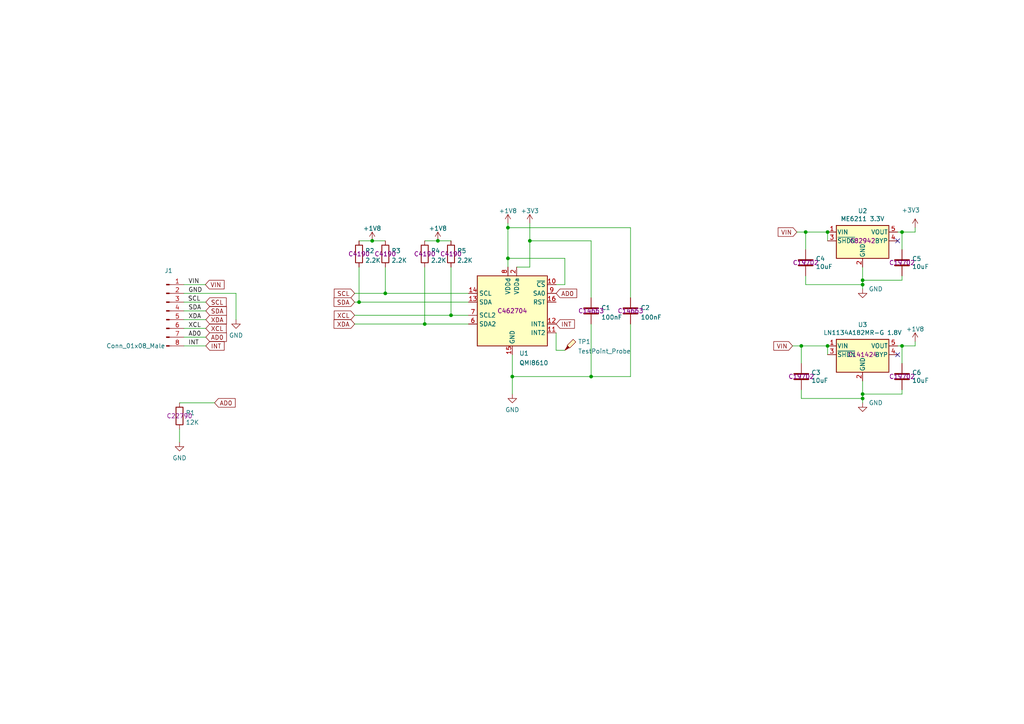
<source format=kicad_sch>
(kicad_sch (version 20211123) (generator eeschema)
  (paper "A4")
  (lib_symbols
    (symbol "Connector:Conn_01x08_Male" (pin_names (offset 1.016) hide)
      (property "Reference" "J" (at 0 10.16 0))
      (property "Value" "Conn_01x08_Male" (at 0 -12.7 0))
      (symbol "Conn_01x08_Male_1_1"
        (polyline (pts (xy 1.27 -10.16) (xy 0.8636 -10.16)) (stroke (width 0.1524)))
        (polyline (pts (xy 1.27 -7.62) (xy 0.8636 -7.62)) (stroke (width 0.1524)))
        (polyline (pts (xy 1.27 -5.08) (xy 0.8636 -5.08)) (stroke (width 0.1524)))
        (polyline (pts (xy 1.27 -2.54) (xy 0.8636 -2.54)) (stroke (width 0.1524)))
        (polyline (pts (xy 1.27 0) (xy 0.8636 0)) (stroke (width 0.1524)))
        (polyline (pts (xy 1.27 2.54) (xy 0.8636 2.54)) (stroke (width 0.1524)))
        (polyline (pts (xy 1.27 5.08) (xy 0.8636 5.08)) (stroke (width 0.1524)))
        (polyline (pts (xy 1.27 7.62) (xy 0.8636 7.62)) (stroke (width 0.1524)))
        (rectangle (start 0.8636 -10.033) (end 0 -10.287) (stroke (width 0.1524)) (fill (type outline)))
        (rectangle (start 0.8636 -7.493) (end 0 -7.747) (stroke (width 0.1524)) (fill (type outline)))
        (rectangle (start 0.8636 -4.953) (end 0 -5.207) (stroke (width 0.1524)) (fill (type outline)))
        (rectangle (start 0.8636 -2.413) (end 0 -2.667) (stroke (width 0.1524)) (fill (type outline)))
        (rectangle (start 0.8636 0.127) (end 0 -0.127) (stroke (width 0.1524)) (fill (type outline)))
        (rectangle (start 0.8636 2.667) (end 0 2.413) (stroke (width 0.1524)) (fill (type outline)))
        (rectangle (start 0.8636 5.207) (end 0 4.953) (stroke (width 0.1524)) (fill (type outline)))
        (rectangle (start 0.8636 7.747) (end 0 7.493) (stroke (width 0.1524)) (fill (type outline)))
        (pin passive line (at 5.08 7.62 180) (length 3.81) (name "Pin_1") (number "1"))
        (pin passive line (at 5.08 5.08 180) (length 3.81) (name "Pin_2") (number "2"))
        (pin passive line (at 5.08 2.54 180) (length 3.81) (name "Pin_3") (number "3"))
        (pin passive line (at 5.08 0 180) (length 3.81) (name "Pin_4") (number "4"))
        (pin passive line (at 5.08 -2.54 180) (length 3.81) (name "Pin_5") (number "5"))
        (pin passive line (at 5.08 -5.08 180) (length 3.81) (name "Pin_6") (number "6"))
        (pin passive line (at 5.08 -7.62 180) (length 3.81) (name "Pin_7") (number "7"))
        (pin passive line (at 5.08 -10.16 180) (length 3.81) (name "Pin_8") (number "8"))
      )
    )
    (symbol "Connector:TestPoint_Probe" (pin_numbers hide) (pin_names (offset 0.762) hide)
      (property "Reference" "TP" (at 1.651 5.842 0))
      (property "Value" "TestPoint_Probe" (at 1.651 4.064 0))
      (symbol "TestPoint_Probe_0_1"
        (polyline (pts (xy 1.27 0.762) (xy 0 0) (xy 0.762 1.27) (xy 1.27 0.762)) (fill (type outline)))
        (polyline (pts (xy 1.397 0.635) (xy 0.635 1.397) (xy 2.413 3.175) (xy 3.175 2.413) (xy 1.397 0.635)) (fill (type background)))
      )
      (symbol "TestPoint_Probe_1_1"
        (pin passive line (at 0 0 90) (length 0) (name "1") (number "1"))
      )
    )
    (symbol "Device:C" (pin_numbers hide) (pin_names (offset 0.254))
      (property "Reference" "C" (at 0.635 2.54 0))
      (property "Value" "C" (at 0.635 -2.54 0))
      (symbol "C_0_1"
        (polyline (pts (xy -2.032 -0.762) (xy 2.032 -0.762)) (stroke (width 0.508)))
        (polyline (pts (xy -2.032 0.762) (xy 2.032 0.762)) (stroke (width 0.508)))
      )
      (symbol "C_1_1"
        (pin passive line (at 0 3.81 270) (length 2.794) (name "~") (number "1"))
        (pin passive line (at 0 -3.81 90) (length 2.794) (name "~") (number "2"))
      )
    )
    (symbol "Device:R" (pin_numbers hide) (pin_names (offset 0))
      (property "Reference" "R" (at 2.032 0 90))
      (property "Value" "R" (at 0 0 90))
      (symbol "R_0_1"
        (rectangle (start -1.016 -2.54) (end 1.016 2.54) (stroke (width 0.254)))
      )
      (symbol "R_1_1"
        (pin passive line (at 0 3.81 270) (length 1.27) (name "~") (number "1"))
        (pin passive line (at 0 -3.81 90) (length 1.27) (name "~") (number "2"))
      )
    )
    (symbol "GY-8610:QMI8610"
      (property "Reference" "U" (at -10.16 11.43 0))
      (property "Value" "QMI8610" (at 0 0 0))
      (symbol "QMI8610_0_1"
        (rectangle (start -10.16 10.16) (end 10.16 -10.16) (stroke (width 0.254)) (fill (type background)))
      )
      (symbol "QMI8610_1_1"
        (pin passive line (at 0 -12.7 90) (length 2.54) hide (name "GND") (number "1"))
        (pin passive line (at 0 -12.7 90) (length 2.54) hide (name "RESV3") (number "1"))
        (pin input line (at 12.7 7.62 180) (length 2.54) (name "~{CS}") (number "10"))
        (pin output line (at 12.7 -6.35 180) (length 2.54) (name "INT2") (number "11"))
        (pin output line (at 12.7 -3.81 180) (length 2.54) (name "INT1") (number "12"))
        (pin bidirectional line (at -12.7 2.54 0) (length 2.54) (name "SDA") (number "13"))
        (pin input line (at -12.7 5.08 0) (length 2.54) (name "SCL") (number "14"))
        (pin power_in line (at 0 -12.7 90) (length 2.54) (name "GND") (number "15"))
        (pin input line (at 12.7 2.54 180) (length 2.54) (name "RST") (number "16"))
        (pin power_in line (at 1.27 12.7 270) (length 2.54) (name "VDDa") (number "2"))
        (pin passive line (at 0 -12.7 90) (length 2.54) hide (name "GND") (number "3"))
        (pin no_connect line (at -12.7 -8.89 0) (length 2.54) hide (name "RESV2") (number "4"))
        (pin no_connect line (at -12.7 -6.35 0) (length 2.54) hide (name "RESV1") (number "5"))
        (pin passive line (at -12.7 -3.81 0) (length 2.54) (name "SDA2") (number "6"))
        (pin bidirectional line (at -12.7 -1.27 0) (length 2.54) (name "SCL2") (number "7"))
        (pin power_in line (at -1.27 12.7 270) (length 2.54) (name "VDDd") (number "8"))
        (pin input line (at 12.7 5.08 180) (length 2.54) (name "SA0") (number "9"))
      )
    )
    (symbol "Regulator_Linear:APE8865U5-16-HF-3" (pin_names (offset 0.254))
      (property "Reference" "U" (at -6.35 5.715 0))
      (property "Value" "APE8865U5-16-HF-3" (at -3.175 5.715 0))
      (symbol "APE8865U5-16-HF-3_0_1"
        (rectangle (start -7.62 4.445) (end 7.62 -5.08) (stroke (width 0.254)) (fill (type background)))
      )
      (symbol "APE8865U5-16-HF-3_1_1"
        (pin power_in line (at -10.16 2.54 0) (length 2.54) (name "VIN") (number "1"))
        (pin power_in line (at 0 -7.62 90) (length 2.54) (name "GND") (number "2"))
        (pin input line (at -10.16 0 0) (length 2.54) (name "~{SHDN}") (number "3"))
        (pin input line (at 10.16 0 180) (length 2.54) (name "BYP") (number "4"))
        (pin power_out line (at 10.16 2.54 180) (length 2.54) (name "VOUT") (number "5"))
      )
    )
    (symbol "power:+1V8" (power) (pin_names (offset 0))
      (property "Value" "+1V8" (at 0 3.556 0))
      (symbol "+1V8_0_1"
        (polyline (pts (xy -0.762 1.27) (xy 0 2.54)))
        (polyline (pts (xy 0 0) (xy 0 2.54)))
        (polyline (pts (xy 0 2.54) (xy 0.762 1.27)))
      )
      (symbol "+1V8_1_1"
        (pin power_in line (at 0 0 90) (length 0) hide (name "+1V8") (number "1"))
      )
    )
    (symbol "power:+3.3V" (power) (pin_names (offset 0))
      (property "Value" "+3.3V" (at 0 3.556 0))
      (symbol "+3.3V_0_1"
        (polyline (pts (xy -0.762 1.27) (xy 0 2.54)))
        (polyline (pts (xy 0 0) (xy 0 2.54)))
        (polyline (pts (xy 0 2.54) (xy 0.762 1.27)))
      )
      (symbol "+3.3V_1_1"
        (pin power_in line (at 0 0 90) (length 0) hide (name "+3V3") (number "1"))
      )
    )
    (symbol "power:GND" (power) (pin_names (offset 0))
      (property "Value" "GND" (at 0 -3.81 0))
      (symbol "GND_0_1"
        (polyline (pts (xy 0 0) (xy 0 -1.27) (xy 1.27 -1.27) (xy 0 -2.54) (xy -1.27 -1.27) (xy 0 -1.27)))
      )
      (symbol "GND_1_1"
        (pin power_in line (at 0 0 270) (length 0) hide (name "GND") (number "1"))
      )
    )
  )
  (junction (at 250.19 81.28))
  (junction (at 250.19 114.3))
  (junction (at 127 69.85))
  (junction (at 111.76 85.09))
  (junction (at 261.62 100.33))
  (junction (at 171.45 109.22))
  (junction (at 147.32 66.04))
  (junction (at 107.95 69.85))
  (junction (at 104.14 87.63))
  (junction (at 250.19 82.55))
  (junction (at 233.68 67.31))
  (junction (at 123.19 93.98))
  (junction (at 153.67 69.85))
  (junction (at 232.41 100.33))
  (junction (at 240.03 100.33))
  (junction (at 250.19 115.57))
  (junction (at 130.81 91.44))
  (junction (at 147.32 74.93))
  (junction (at 240.03 67.31))
  (junction (at 148.59 109.22))
  (junction (at 261.62 67.31))
  (no_connect (at 260.35 69.85))
  (no_connect (at 260.35 102.87))
  (wire (pts (xy 265.43 66.04) (xy 265.43 67.31)))
  (wire (pts (xy 111.76 85.09) (xy 135.89 85.09)))
  (wire (pts (xy 250.19 110.49) (xy 250.19 114.3)))
  (wire (pts (xy 171.45 109.22) (xy 182.88 109.22)))
  (wire (pts (xy 153.67 77.47) (xy 149.86 77.47)))
  (wire (pts (xy 250.19 77.47) (xy 250.19 81.28)))
  (wire (pts (xy 261.62 72.39) (xy 261.62 67.31)))
  (wire (pts (xy 233.68 82.55) (xy 233.68 80.01)))
  (wire (pts (xy 232.41 100.33) (xy 232.41 105.41)))
  (wire (pts (xy 163.83 74.93) (xy 163.83 82.55)))
  (wire (pts (xy 52.07 116.84) (xy 62.23 116.84)))
  (wire (pts (xy 147.32 74.93) (xy 147.32 77.47)))
  (wire (pts (xy 102.87 93.98) (xy 123.19 93.98)))
  (wire (pts (xy 148.59 109.22) (xy 148.59 114.3)))
  (wire (pts (xy 153.67 64.77) (xy 153.67 69.85)))
  (wire (pts (xy 53.34 100.33) (xy 59.69 100.33)))
  (wire (pts (xy 123.19 77.47) (xy 123.19 93.98)))
  (wire (pts (xy 147.32 66.04) (xy 147.32 74.93)))
  (wire (pts (xy 53.34 95.25) (xy 59.69 95.25)))
  (wire (pts (xy 123.19 93.98) (xy 135.89 93.98)))
  (wire (pts (xy 147.32 74.93) (xy 163.83 74.93)))
  (wire (pts (xy 148.59 102.87) (xy 148.59 109.22)))
  (wire (pts (xy 261.62 80.01) (xy 261.62 81.28)))
  (wire (pts (xy 232.41 115.57) (xy 250.19 115.57)))
  (wire (pts (xy 123.19 69.85) (xy 127 69.85)))
  (wire (pts (xy 171.45 69.85) (xy 153.67 69.85)))
  (wire (pts (xy 104.14 87.63) (xy 135.89 87.63)))
  (wire (pts (xy 261.62 105.41) (xy 261.62 100.33)))
  (wire (pts (xy 107.95 69.85) (xy 111.76 69.85)))
  (wire (pts (xy 265.43 99.06) (xy 265.43 100.33)))
  (wire (pts (xy 182.88 66.04) (xy 182.88 86.36)))
  (wire (pts (xy 104.14 77.47) (xy 104.14 87.63)))
  (wire (pts (xy 53.34 82.55) (xy 59.69 82.55)))
  (wire (pts (xy 53.34 87.63) (xy 59.69 87.63)))
  (wire (pts (xy 104.14 69.85) (xy 107.95 69.85)))
  (wire (pts (xy 127 69.85) (xy 130.81 69.85)))
  (wire (pts (xy 147.32 64.77) (xy 147.32 66.04)))
  (wire (pts (xy 161.29 101.6) (xy 163.83 101.6)))
  (wire (pts (xy 233.68 67.31) (xy 240.03 67.31)))
  (wire (pts (xy 53.34 90.17) (xy 59.69 90.17)))
  (wire (pts (xy 233.68 67.31) (xy 233.68 72.39)))
  (wire (pts (xy 130.81 77.47) (xy 130.81 91.44)))
  (wire (pts (xy 161.29 96.52) (xy 161.29 101.6)))
  (wire (pts (xy 240.03 100.33) (xy 240.03 102.87)))
  (wire (pts (xy 163.83 82.55) (xy 161.29 82.55)))
  (wire (pts (xy 250.19 114.3) (xy 250.19 115.57)))
  (wire (pts (xy 261.62 81.28) (xy 250.19 81.28)))
  (wire (pts (xy 261.62 100.33) (xy 260.35 100.33)))
  (wire (pts (xy 153.67 69.85) (xy 153.67 77.47)))
  (wire (pts (xy 68.4554 85.09) (xy 68.4554 92.71)))
  (wire (pts (xy 250.19 81.28) (xy 250.19 82.55)))
  (wire (pts (xy 250.19 115.57) (xy 250.19 116.84)))
  (wire (pts (xy 250.19 82.55) (xy 250.19 83.82)))
  (wire (pts (xy 53.34 97.79) (xy 59.69 97.79)))
  (wire (pts (xy 233.68 82.55) (xy 250.19 82.55)))
  (wire (pts (xy 148.59 109.22) (xy 171.45 109.22)))
  (wire (pts (xy 232.41 100.33) (xy 240.03 100.33)))
  (wire (pts (xy 231.14 67.31) (xy 233.68 67.31)))
  (wire (pts (xy 182.88 93.98) (xy 182.88 109.22)))
  (wire (pts (xy 229.87 100.33) (xy 232.41 100.33)))
  (wire (pts (xy 232.41 115.57) (xy 232.41 113.03)))
  (wire (pts (xy 261.62 113.03) (xy 261.62 114.3)))
  (wire (pts (xy 102.87 87.63) (xy 104.14 87.63)))
  (wire (pts (xy 261.62 114.3) (xy 250.19 114.3)))
  (wire (pts (xy 240.03 67.31) (xy 240.03 69.85)))
  (wire (pts (xy 147.32 66.04) (xy 182.88 66.04)))
  (wire (pts (xy 265.43 100.33) (xy 261.62 100.33)))
  (wire (pts (xy 53.34 92.71) (xy 59.69 92.71)))
  (wire (pts (xy 53.34 85.09) (xy 68.4554 85.09)))
  (wire (pts (xy 102.87 91.44) (xy 130.81 91.44)))
  (wire (pts (xy 52.07 124.46) (xy 52.07 128.27)))
  (wire (pts (xy 171.45 93.98) (xy 171.45 109.22)))
  (wire (pts (xy 102.87 85.09) (xy 111.76 85.09)))
  (wire (pts (xy 261.62 67.31) (xy 260.35 67.31)))
  (wire (pts (xy 130.81 91.44) (xy 135.89 91.44)))
  (wire (pts (xy 265.43 67.31) (xy 261.62 67.31)))
  (wire (pts (xy 111.76 77.47) (xy 111.76 85.09)))
  (wire (pts (xy 171.45 86.36) (xy 171.45 69.85)))
  (label "VIN" (at 54.61 82.55 0))
  (label "AD0" (at 54.61 97.79 0))
  (label "GND" (at 54.61 85.09 0))
  (label "SCL" (at 54.4854 87.63 0))
  (label "SDA" (at 54.61 90.17 0))
  (label "INT" (at 54.61 100.33 0))
  (label "XDA" (at 54.61 92.71 0))
  (label "XCL" (at 54.61 95.25 0))
  (global_label "VIN" (shape input) (at 229.87 100.33 180) (property "Intersheet References" "${INTERSHEET_REFS}" (effects hide)))
  (global_label "SDA" (shape input) (at 102.87 87.63 180) (property "Intersheet References" "${INTERSHEET_REFS}" (effects hide)))
  (global_label "SCL" (shape input) (at 59.69 87.63 0) (property "Intersheet References" "${INTERSHEET_REFS}" (effects hide)))
  (global_label "INT" (shape input) (at 161.29 93.98 0) (property "Intersheet References" "${INTERSHEET_REFS}" (effects hide)))
  (global_label "AD0" (shape input) (at 59.69 97.79 0) (property "Intersheet References" "${INTERSHEET_REFS}" (effects hide)))
  (global_label "SCL" (shape input) (at 102.87 85.09 180) (property "Intersheet References" "${INTERSHEET_REFS}" (effects hide)))
  (global_label "AD0" (shape input) (at 62.23 116.84 0) (property "Intersheet References" "${INTERSHEET_REFS}" (effects hide)))
  (global_label "SDA" (shape input) (at 59.69 90.17 0) (property "Intersheet References" "${INTERSHEET_REFS}" (effects hide)))
  (global_label "VIN" (shape input) (at 59.5654 82.55 0) (property "Intersheet References" "${INTERSHEET_REFS}" (effects hide)))
  (global_label "INT" (shape input) (at 59.69 100.33 0) (property "Intersheet References" "${INTERSHEET_REFS}" (effects hide)))
  (global_label "XDA" (shape input) (at 59.69 92.71 0) (property "Intersheet References" "${INTERSHEET_REFS}" (effects hide)))
  (global_label "XDA" (shape input) (at 102.87 93.98 180) (property "Intersheet References" "${INTERSHEET_REFS}" (effects hide)))
  (global_label "VIN" (shape input) (at 231.14 67.31 180) (property "Intersheet References" "${INTERSHEET_REFS}" (effects hide)))
  (global_label "XCL" (shape input) (at 102.87 91.44 180) (property "Intersheet References" "${INTERSHEET_REFS}" (effects hide)))
  (global_label "AD0" (shape input) (at 161.29 85.09 0) (property "Intersheet References" "${INTERSHEET_REFS}" (effects hide)))
  (global_label "XCL" (shape input) (at 59.69 95.25 0) (property "Intersheet References" "${INTERSHEET_REFS}" (effects hide)))
  (symbol (lib_id "Device:C") (at 233.68 76.2 0) (unit 1)
    (property "Reference" "C4" (at 236.601 75.0316 0) (effects (justify left)))
    (property "Value" "10uF" (at 236.601 77.343 0) (effects (justify left)))
    (property "Footprint" "Capacitor_SMD:C_0603_1608Metric" (effects hide))
    (property "LCSC" "C19702" (at 233.68 76.2 0))
  )
  (symbol (lib_id "power:GND") (at 250.19 83.82 0) (unit 1)
    (property "Reference" "#PWR0109" (effects hide))
    (property "Value" "GND" (at 254 83.82 0))
  )
  (symbol (lib_id "Connector:TestPoint_Probe") (at 163.83 101.6 0) (unit 1)
    (property "Reference" "TP1" (at 167.64 99.104 0) (effects (justify left)))
    (property "Value" "TestPoint_Probe" (at 167.64 101.8791 0) (effects (justify left)))
    (property "Footprint" "TestPoint:TestPoint_Pad_D1.0mm" (effects hide))
  )
  (symbol (lib_id "power:GND") (at 250.19 116.84 0) (unit 1)
    (property "Reference" "#PWR0111" (effects hide))
    (property "Value" "GND" (at 254 116.84 0))
  )
  (symbol (lib_id "Device:R") (at 111.76 73.66 0) (unit 1)
    (property "Reference" "R3" (at 113.538 72.7515 0) (effects (justify left)))
    (property "Value" "2.2K" (at 113.538 75.5266 0) (effects (justify left)))
    (property "Footprint" "Resistor_SMD:R_0603_1608Metric" (effects hide))
    (property "LCSC" "C4190" (at 111.76 73.66 0))
  )
  (symbol (lib_id "Device:R") (at 130.81 73.66 0) (unit 1)
    (property "Reference" "R5" (at 132.588 72.7515 0) (effects (justify left)))
    (property "Value" "2.2K" (at 132.588 75.5266 0) (effects (justify left)))
    (property "Footprint" "Resistor_SMD:R_0603_1608Metric" (effects hide))
    (property "LCSC" "C4190" (at 130.81 73.66 0))
  )
  (symbol (lib_id "Regulator_Linear:APE8865U5-16-HF-3") (at 250.19 102.87 0) (unit 1)
    (property "Reference" "U3" (at 250.19 94.1832 0))
    (property "Value" "LN1134A182MR-G 1.8V" (at 250.19 96.4946 0))
    (property "Footprint" "Package_TO_SOT_SMD:SOT-23-5" (effects hide))
    (property "Datasheet" "http://www.tme.eu/fr/Document/ced3461ed31ea70a3c416fb648e0cde7/APE8865-3.pdf" (effects hide))
    (property "LCSC" "C141424" (at 250.19 102.87 0))
  )
  (symbol (lib_id "Device:R") (at 123.19 73.66 0) (unit 1)
    (property "Reference" "R4" (at 124.968 72.7515 0) (effects (justify left)))
    (property "Value" "2.2K" (at 124.968 75.5266 0) (effects (justify left)))
    (property "Footprint" "Resistor_SMD:R_0603_1608Metric" (effects hide))
    (property "LCSC" "C4190" (at 123.19 73.66 0))
  )
  (symbol (lib_id "power:+1V8") (at 147.32 64.77 0) (unit 1)
    (property "Reference" "#PWR0105" (effects hide))
    (property "Value" "+1V8" (at 147.32 61.1655 0))
  )
  (symbol (lib_id "Device:C") (at 171.45 90.17 180) (unit 1)
    (property "Reference" "C1" (at 174.371 89.2615 0) (effects (justify right)))
    (property "Value" "100nF" (at 174.371 92.0366 0) (effects (justify right)))
    (property "Footprint" "Capacitor_SMD:C_0603_1608Metric" (effects hide))
    (property "LCSC" "C14663" (at 171.45 90.17 0))
  )
  (symbol (lib_id "Device:R") (at 52.07 120.65 0) (unit 1)
    (property "Reference" "R1" (at 53.848 119.7415 0) (effects (justify left)))
    (property "Value" "12K" (at 53.848 122.5166 0) (effects (justify left)))
    (property "Footprint" "Resistor_SMD:R_0603_1608Metric" (effects hide))
    (property "LCSC" "C22790" (at 52.07 120.65 0))
  )
  (symbol (lib_id "Regulator_Linear:APE8865U5-16-HF-3") (at 250.19 69.85 0) (unit 1)
    (property "Reference" "U2" (at 250.19 61.1632 0))
    (property "Value" "ME6211 3.3V" (at 250.19 63.4746 0))
    (property "Footprint" "Package_TO_SOT_SMD:SOT-23-5" (effects hide))
    (property "Datasheet" "http://www.tme.eu/fr/Document/ced3461ed31ea70a3c416fb648e0cde7/APE8865-3.pdf" (effects hide))
    (property "LCSC" "C82942" (at 250.19 69.85 0))
  )
  (symbol (lib_id "Device:C") (at 182.88 90.17 180) (unit 1)
    (property "Reference" "C2" (at 185.801 89.2615 0) (effects (justify right)))
    (property "Value" "100nF" (at 185.801 92.0366 0) (effects (justify right)))
    (property "Footprint" "Capacitor_SMD:C_0603_1608Metric" (effects hide))
    (property "LCSC" "C14663" (at 182.88 90.17 0))
  )
  (symbol (lib_id "power:+3.3V") (at 153.67 64.77 0) (unit 1)
    (property "Reference" "#PWR0104" (effects hide))
    (property "Value" "+3.3V" (at 153.67 61.1655 0))
  )
  (symbol (lib_id "Device:C") (at 261.62 76.2 0) (unit 1)
    (property "Reference" "C5" (at 264.541 75.0316 0) (effects (justify left)))
    (property "Value" "10uF" (at 264.541 77.343 0) (effects (justify left)))
    (property "Footprint" "Capacitor_SMD:C_0603_1608Metric" (effects hide))
    (property "LCSC" "C19702" (at 261.62 76.2 0))
  )
  (symbol (lib_id "Connector:Conn_01x08_Male") (at 48.26 90.17 0) (unit 1)
    (property "Reference" "J1" (at 48.895 78.5073 0))
    (property "Value" "Conn_01x08_Male" (at 39.37 100.33 0))
    (property "Footprint" "Connector_PinHeader_2.54mm:PinHeader_1x08_P2.54mm_Vertical" (effects hide))
  )
  (symbol (lib_id "power:+1V8") (at 107.95 69.85 0) (unit 1)
    (property "Reference" "#PWR0106" (effects hide))
    (property "Value" "+1V8" (at 107.95 66.2455 0))
  )
  (symbol (lib_id "Device:C") (at 261.62 109.22 0) (unit 1)
    (property "Reference" "C6" (at 264.541 108.0516 0) (effects (justify left)))
    (property "Value" "10uF" (at 264.541 110.363 0) (effects (justify left)))
    (property "Footprint" "Capacitor_SMD:C_0603_1608Metric" (effects hide))
    (property "LCSC" "C19702" (at 261.62 109.22 0))
  )
  (symbol (lib_id "power:+1V8") (at 265.43 99.06 0) (unit 1)
    (property "Reference" "#PWR0110" (effects hide))
    (property "Value" "+1V8" (at 265.43 95.4555 0))
  )
  (symbol (lib_id "power:GND") (at 148.59 114.3 0) (unit 1)
    (property "Reference" "#PWR0101" (effects hide))
    (property "Value" "GND" (at 148.59 118.8625 0))
  )
  (symbol (lib_id "GY-8610:QMI8610") (at 148.59 90.17 0) (unit 1)
    (property "Reference" "U1" (at 150.6094 102.4795 0) (effects (justify left)))
    (property "Value" "QMI8610" (at 150.6094 105.2546 0) (effects (justify left)))
    (property "Footprint" "Package_LGA:LGA-16_3x3mm_P0.5mm_LayoutBorder3x5y" (effects hide))
    (property "Datasheet" "http://www.invensense.com/wp-content/uploads/2016/10/DS-000176-ICM-20602-v1.0.pdf" (effects hide))
    (property "LCSC" "C462704" (at 148.59 90.17 0))
  )
  (symbol (lib_id "power:+1V8") (at 127 69.85 0) (unit 1)
    (property "Reference" "#PWR0107" (effects hide))
    (property "Value" "+1V8" (at 127 66.2455 0))
  )
  (symbol (lib_id "power:GND") (at 68.4554 92.71 0) (unit 1)
    (property "Reference" "#PWR0102" (effects hide))
    (property "Value" "GND" (at 68.4554 97.2725 0))
  )
  (symbol (lib_id "Device:C") (at 232.41 109.22 0) (unit 1)
    (property "Reference" "C3" (at 235.331 108.0516 0) (effects (justify left)))
    (property "Value" "10uF" (at 235.331 110.363 0) (effects (justify left)))
    (property "Footprint" "Capacitor_SMD:C_0603_1608Metric" (effects hide))
    (property "LCSC" "C19702" (at 232.41 109.22 0))
  )
  (symbol (lib_id "Device:R") (at 104.14 73.66 0) (unit 1)
    (property "Reference" "R2" (at 105.918 72.7515 0) (effects (justify left)))
    (property "Value" "2.2K" (at 105.918 75.5266 0) (effects (justify left)))
    (property "Footprint" "Resistor_SMD:R_0603_1608Metric" (effects hide))
    (property "LCSC" "C4190" (at 104.14 73.66 0))
  )
  (symbol (lib_id "power:GND") (at 52.07 128.27 0) (unit 1)
    (property "Reference" "#PWR0103" (effects hide))
    (property "Value" "GND" (at 52.07 132.8325 0))
  )
  (symbol (lib_id "power:+3.3V") (at 265.43 66.04 0) (unit 1)
    (property "Reference" "#PWR0108" (effects hide))
    (property "Value" "+3.3V" (at 264.16 60.96 0))
  )
)
</source>
